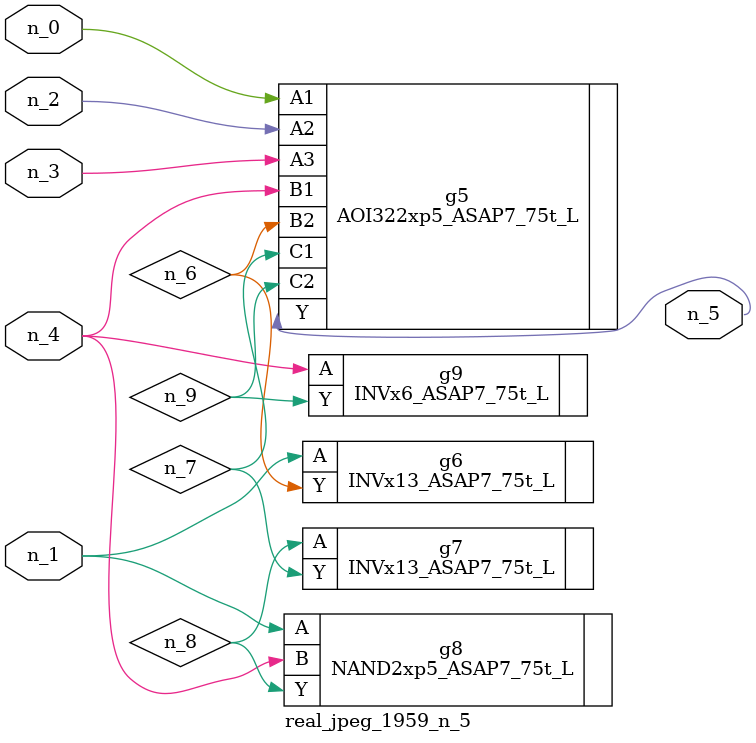
<source format=v>
module real_jpeg_1959_n_5 (n_4, n_0, n_1, n_2, n_3, n_5);

input n_4;
input n_0;
input n_1;
input n_2;
input n_3;

output n_5;

wire n_8;
wire n_6;
wire n_7;
wire n_9;

AOI322xp5_ASAP7_75t_L g5 ( 
.A1(n_0),
.A2(n_2),
.A3(n_3),
.B1(n_4),
.B2(n_6),
.C1(n_7),
.C2(n_9),
.Y(n_5)
);

INVx13_ASAP7_75t_L g6 ( 
.A(n_1),
.Y(n_6)
);

NAND2xp5_ASAP7_75t_L g8 ( 
.A(n_1),
.B(n_4),
.Y(n_8)
);

INVx6_ASAP7_75t_L g9 ( 
.A(n_4),
.Y(n_9)
);

INVx13_ASAP7_75t_L g7 ( 
.A(n_8),
.Y(n_7)
);


endmodule
</source>
